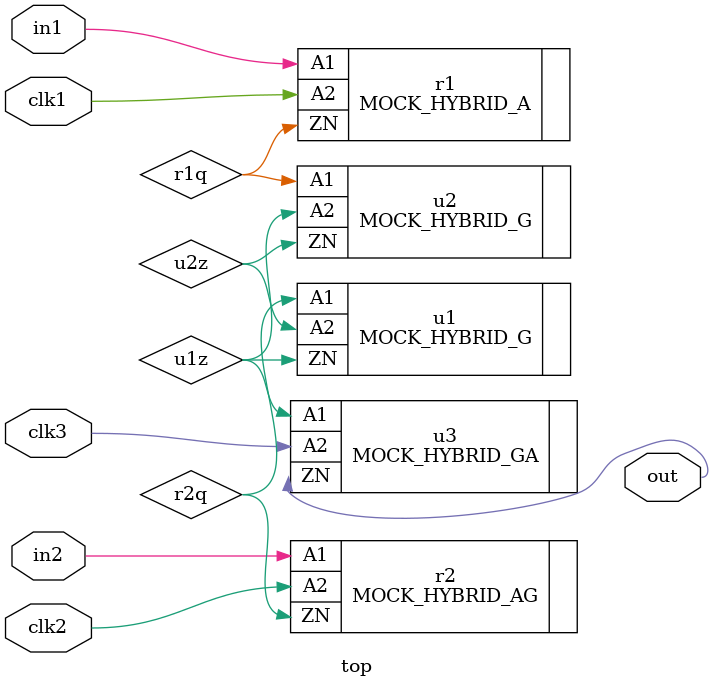
<source format=v>
module top (in1, in2, clk1, clk2, clk3, out);
    input in1, in2, clk1, clk2, clk3;
    output out;
    wire r1q, r2q, u1z, u2z;
    MOCK_HYBRID_A r1 (.A1(in1), .A2(clk1), .ZN(r1q));
    MOCK_HYBRID_G u2 (.A1(r1q), .A2(u1z), .ZN(u2z));
    MOCK_HYBRID_AG r2 (.A1(in2), .A2(clk2), .ZN(r2q));
    MOCK_HYBRID_G u1 (.A1(r2q), .A2(u2z), .ZN(u1z));
    MOCK_HYBRID_GA u3 (.A1(u1z), .A2(clk3), .ZN(out));
endmodule // top

</source>
